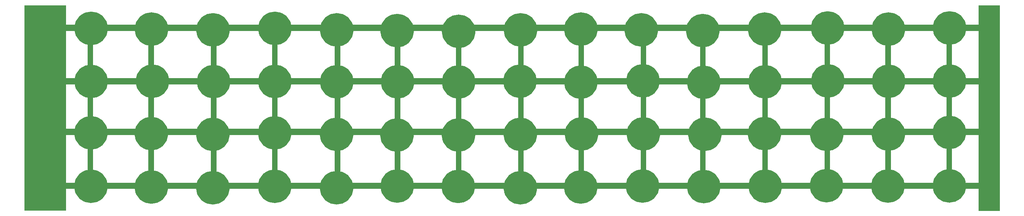
<source format=gbr>
%TF.GenerationSoftware,KiCad,Pcbnew,9.0.1*%
%TF.CreationDate,2025-05-18T13:27:06-05:00*%
%TF.ProjectId,OM-60-Flex,4f4d2d36-302d-4466-9c65-782e6b696361,rev?*%
%TF.SameCoordinates,Original*%
%TF.FileFunction,Other,User*%
%FSLAX46Y46*%
G04 Gerber Fmt 4.6, Leading zero omitted, Abs format (unit mm)*
G04 Created by KiCad (PCBNEW 9.0.1) date 2025-05-18 13:27:06*
%MOMM*%
%LPD*%
G01*
G04 APERTURE LIST*
%ADD10C,0.100000*%
%ADD11C,4.509821*%
G04 APERTURE END LIST*
D10*
X266600000Y-39750000D02*
X268000000Y-39750000D01*
X268000000Y-83650000D01*
X266600000Y-83650000D01*
X266600000Y-39750000D01*
G36*
X266600000Y-39750000D02*
G01*
X268000000Y-39750000D01*
X268000000Y-83650000D01*
X266600000Y-83650000D01*
X266600000Y-39750000D01*
G37*
X250300000Y-39750000D02*
X251700000Y-39750000D01*
X251700000Y-83650000D01*
X250300000Y-83650000D01*
X250300000Y-39750000D01*
G36*
X250300000Y-39750000D02*
G01*
X251700000Y-39750000D01*
X251700000Y-83650000D01*
X250300000Y-83650000D01*
X250300000Y-39750000D01*
G37*
X234100000Y-40050000D02*
X235500000Y-40050000D01*
X235500000Y-83950000D01*
X234100000Y-83950000D01*
X234100000Y-40050000D01*
G36*
X234100000Y-40050000D02*
G01*
X235500000Y-40050000D01*
X235500000Y-83950000D01*
X234100000Y-83950000D01*
X234100000Y-40050000D01*
G37*
X217500000Y-40050000D02*
X218900000Y-40050000D01*
X218900000Y-83950000D01*
X217500000Y-83950000D01*
X217500000Y-40050000D01*
G36*
X217500000Y-40050000D02*
G01*
X218900000Y-40050000D01*
X218900000Y-83950000D01*
X217500000Y-83950000D01*
X217500000Y-40050000D01*
G37*
X200900000Y-40050000D02*
X202300000Y-40050000D01*
X202300000Y-83950000D01*
X200900000Y-83950000D01*
X200900000Y-40050000D01*
G36*
X200900000Y-40050000D02*
G01*
X202300000Y-40050000D01*
X202300000Y-83950000D01*
X200900000Y-83950000D01*
X200900000Y-40050000D01*
G37*
X185100000Y-39750000D02*
X186500000Y-39750000D01*
X186500000Y-83650000D01*
X185100000Y-83650000D01*
X185100000Y-39750000D01*
G36*
X185100000Y-39750000D02*
G01*
X186500000Y-39750000D01*
X186500000Y-83650000D01*
X185100000Y-83650000D01*
X185100000Y-39750000D01*
G37*
X168500000Y-40350000D02*
X169900000Y-40350000D01*
X169900000Y-84250000D01*
X168500000Y-84250000D01*
X168500000Y-40350000D01*
G36*
X168500000Y-40350000D02*
G01*
X169900000Y-40350000D01*
X169900000Y-84250000D01*
X168500000Y-84250000D01*
X168500000Y-40350000D01*
G37*
X152400000Y-40150000D02*
X153800000Y-40150000D01*
X153800000Y-84050000D01*
X152400000Y-84050000D01*
X152400000Y-40150000D01*
G36*
X152400000Y-40150000D02*
G01*
X153800000Y-40150000D01*
X153800000Y-84050000D01*
X152400000Y-84050000D01*
X152400000Y-40150000D01*
G37*
X135800000Y-40250000D02*
X137200000Y-40250000D01*
X137200000Y-84150000D01*
X135800000Y-84150000D01*
X135800000Y-40250000D01*
G36*
X135800000Y-40250000D02*
G01*
X137200000Y-40250000D01*
X137200000Y-84150000D01*
X135800000Y-84150000D01*
X135800000Y-40250000D01*
G37*
X119500000Y-40250000D02*
X120900000Y-40250000D01*
X120900000Y-84150000D01*
X119500000Y-84150000D01*
X119500000Y-40250000D01*
G36*
X119500000Y-40250000D02*
G01*
X120900000Y-40250000D01*
X120900000Y-84150000D01*
X119500000Y-84150000D01*
X119500000Y-40250000D01*
G37*
X103500000Y-40150000D02*
X104900000Y-40150000D01*
X104900000Y-84050000D01*
X103500000Y-84050000D01*
X103500000Y-40150000D01*
G36*
X103500000Y-40150000D02*
G01*
X104900000Y-40150000D01*
X104900000Y-84050000D01*
X103500000Y-84050000D01*
X103500000Y-40150000D01*
G37*
X86800000Y-40150000D02*
X88200000Y-40150000D01*
X88200000Y-84050000D01*
X86800000Y-84050000D01*
X86800000Y-40150000D01*
G36*
X86800000Y-40150000D02*
G01*
X88200000Y-40150000D01*
X88200000Y-84050000D01*
X86800000Y-84050000D01*
X86800000Y-40150000D01*
G37*
X70500000Y-40150000D02*
X71900000Y-40150000D01*
X71900000Y-84050000D01*
X70500000Y-84050000D01*
X70500000Y-40150000D01*
G36*
X70500000Y-40150000D02*
G01*
X71900000Y-40150000D01*
X71900000Y-84050000D01*
X70500000Y-84050000D01*
X70500000Y-40150000D01*
G37*
X53800000Y-40050000D02*
X55200000Y-40050000D01*
X55200000Y-83950000D01*
X53800000Y-83950000D01*
X53800000Y-40050000D01*
G36*
X53800000Y-40050000D02*
G01*
X55200000Y-40050000D01*
X55200000Y-83950000D01*
X53800000Y-83950000D01*
X53800000Y-40050000D01*
G37*
X37600000Y-40150000D02*
X39000000Y-40150000D01*
X39000000Y-84050000D01*
X37600000Y-84050000D01*
X37600000Y-40150000D01*
G36*
X37600000Y-40150000D02*
G01*
X39000000Y-40150000D01*
X39000000Y-84050000D01*
X37600000Y-84050000D01*
X37600000Y-40150000D01*
G37*
X31200000Y-82400000D02*
X279400000Y-82400000D01*
X279400000Y-84000000D01*
X31200000Y-84000000D01*
X31200000Y-82400000D01*
G36*
X31200000Y-82400000D02*
G01*
X279400000Y-82400000D01*
X279400000Y-84000000D01*
X31200000Y-84000000D01*
X31200000Y-82400000D01*
G37*
X31200000Y-68000000D02*
X279400000Y-68000000D01*
X279400000Y-69600000D01*
X31200000Y-69600000D01*
X31200000Y-68000000D01*
G36*
X31200000Y-68000000D02*
G01*
X279400000Y-68000000D01*
X279400000Y-69600000D01*
X31200000Y-69600000D01*
X31200000Y-68000000D01*
G37*
X31200000Y-54400000D02*
X279400000Y-54400000D01*
X279400000Y-56000000D01*
X31200000Y-56000000D01*
X31200000Y-54400000D01*
G36*
X31200000Y-54400000D02*
G01*
X279400000Y-54400000D01*
X279400000Y-56000000D01*
X31200000Y-56000000D01*
X31200000Y-54400000D01*
G37*
X29200000Y-40100000D02*
X277400000Y-40100000D01*
X277400000Y-41700000D01*
X29200000Y-41700000D01*
X29200000Y-40100000D01*
G36*
X29200000Y-40100000D02*
G01*
X277400000Y-40100000D01*
X277400000Y-41700000D01*
X29200000Y-41700000D01*
X29200000Y-40100000D01*
G37*
D11*
X269695089Y-55195391D02*
G75*
G02*
X265185269Y-55195391I-2254910J0D01*
G01*
X265185269Y-55195391D02*
G75*
G02*
X269695089Y-55195391I2254910J0D01*
G01*
X269654910Y-83255212D02*
G75*
G02*
X265145090Y-83255212I-2254910J0D01*
G01*
X265145090Y-83255212D02*
G75*
G02*
X269654910Y-83255212I2254910J0D01*
G01*
X122414890Y-83300000D02*
G75*
G02*
X117905070Y-83300000I-2254910J0D01*
G01*
X117905070Y-83300000D02*
G75*
G02*
X122414890Y-83300000I2254910J0D01*
G01*
X253454910Y-55259821D02*
G75*
G02*
X248945090Y-55259821I-2254910J0D01*
G01*
X248945090Y-55259821D02*
G75*
G02*
X253454910Y-55259821I2254910J0D01*
G01*
X253266167Y-83300000D02*
G75*
G02*
X248756347Y-83300000I-2254910J0D01*
G01*
X248756347Y-83300000D02*
G75*
G02*
X253266167Y-83300000I2254910J0D01*
G01*
X269695089Y-40995391D02*
G75*
G02*
X265185269Y-40995391I-2254910J0D01*
G01*
X265185269Y-40995391D02*
G75*
G02*
X269695089Y-40995391I2254910J0D01*
G01*
X253395089Y-69400000D02*
G75*
G02*
X248885269Y-69400000I-2254910J0D01*
G01*
X248885269Y-69400000D02*
G75*
G02*
X253395089Y-69400000I2254910J0D01*
G01*
X187840529Y-83300000D02*
G75*
G02*
X183330709Y-83300000I-2254910J0D01*
G01*
X183330709Y-83300000D02*
G75*
G02*
X187840529Y-83300000I2254910J0D01*
G01*
X269654910Y-68955212D02*
G75*
G02*
X265145090Y-68955212I-2254910J0D01*
G01*
X265145090Y-68955212D02*
G75*
G02*
X269654910Y-68955212I2254910J0D01*
G01*
X253395089Y-41300000D02*
G75*
G02*
X248885269Y-41300000I-2254910J0D01*
G01*
X248885269Y-41300000D02*
G75*
G02*
X253395089Y-41300000I2254910J0D01*
G01*
X236954910Y-69459821D02*
G75*
G02*
X232445090Y-69459821I-2254910J0D01*
G01*
X232445090Y-69459821D02*
G75*
G02*
X236954910Y-69459821I2254910J0D01*
G01*
X237254910Y-55159821D02*
G75*
G02*
X232745090Y-55159821I-2254910J0D01*
G01*
X232745090Y-55159821D02*
G75*
G02*
X237254910Y-55159821I2254910J0D01*
G01*
X236895089Y-83200000D02*
G75*
G02*
X232385269Y-83200000I-2254910J0D01*
G01*
X232385269Y-83200000D02*
G75*
G02*
X236895089Y-83200000I2254910J0D01*
G01*
X237195089Y-41000000D02*
G75*
G02*
X232685269Y-41000000I-2254910J0D01*
G01*
X232685269Y-41000000D02*
G75*
G02*
X237195089Y-41000000I2254910J0D01*
G01*
X204154910Y-55540179D02*
G75*
G02*
X199645090Y-55540179I-2254910J0D01*
G01*
X199645090Y-55540179D02*
G75*
G02*
X204154910Y-55540179I2254910J0D01*
G01*
X204154910Y-83440179D02*
G75*
G02*
X199645090Y-83440179I-2254910J0D01*
G01*
X199645090Y-83440179D02*
G75*
G02*
X204154910Y-83440179I2254910J0D01*
G01*
X220354910Y-69259821D02*
G75*
G02*
X215845090Y-69259821I-2254910J0D01*
G01*
X215845090Y-69259821D02*
G75*
G02*
X220354910Y-69259821I2254910J0D01*
G01*
X187954910Y-55140179D02*
G75*
G02*
X183445090Y-55140179I-2254910J0D01*
G01*
X183445090Y-55140179D02*
G75*
G02*
X187954910Y-55140179I2254910J0D01*
G01*
X220395089Y-41300000D02*
G75*
G02*
X215885269Y-41300000I-2254910J0D01*
G01*
X215885269Y-41300000D02*
G75*
G02*
X220395089Y-41300000I2254910J0D01*
G01*
X203895089Y-41695391D02*
G75*
G02*
X199385269Y-41695391I-2254910J0D01*
G01*
X199385269Y-41695391D02*
G75*
G02*
X203895089Y-41695391I2254910J0D01*
G01*
X188054910Y-69340179D02*
G75*
G02*
X183545090Y-69340179I-2254910J0D01*
G01*
X183545090Y-69340179D02*
G75*
G02*
X188054910Y-69340179I2254910J0D01*
G01*
X220514731Y-55400000D02*
G75*
G02*
X216004911Y-55400000I-2254910J0D01*
G01*
X216004911Y-55400000D02*
G75*
G02*
X220514731Y-55400000I2254910J0D01*
G01*
X220554910Y-83340179D02*
G75*
G02*
X216045090Y-83340179I-2254910J0D01*
G01*
X216045090Y-83340179D02*
G75*
G02*
X220554910Y-83340179I2254910J0D01*
G01*
X204454910Y-69440179D02*
G75*
G02*
X199945090Y-69440179I-2254910J0D01*
G01*
X199945090Y-69440179D02*
G75*
G02*
X204454910Y-69440179I2254910J0D01*
G01*
X187495089Y-41495391D02*
G75*
G02*
X182985269Y-41495391I-2254910J0D01*
G01*
X182985269Y-41495391D02*
G75*
G02*
X187495089Y-41495391I2254910J0D01*
G01*
X171554910Y-69359821D02*
G75*
G02*
X167045090Y-69359821I-2254910J0D01*
G01*
X167045090Y-69359821D02*
G75*
G02*
X171554910Y-69359821I2254910J0D01*
G01*
X171395089Y-55495391D02*
G75*
G02*
X166885269Y-55495391I-2254910J0D01*
G01*
X166885269Y-55495391D02*
G75*
G02*
X171395089Y-55495391I2254910J0D01*
G01*
X171354910Y-83555212D02*
G75*
G02*
X166845090Y-83555212I-2254910J0D01*
G01*
X166845090Y-83555212D02*
G75*
G02*
X171354910Y-83555212I2254910J0D01*
G01*
X171395089Y-41295391D02*
G75*
G02*
X166885269Y-41295391I-2254910J0D01*
G01*
X166885269Y-41295391D02*
G75*
G02*
X171395089Y-41295391I2254910J0D01*
G01*
X138795089Y-55440179D02*
G75*
G02*
X134285269Y-55440179I-2254910J0D01*
G01*
X134285269Y-55440179D02*
G75*
G02*
X138795089Y-55440179I2254910J0D01*
G01*
X138695089Y-83400000D02*
G75*
G02*
X134185269Y-83400000I-2254910J0D01*
G01*
X134185269Y-83400000D02*
G75*
G02*
X138695089Y-83400000I2254910J0D01*
G01*
X155254910Y-69459821D02*
G75*
G02*
X150745090Y-69459821I-2254910J0D01*
G01*
X150745090Y-69459821D02*
G75*
G02*
X155254910Y-69459821I2254910J0D01*
G01*
X122514731Y-55400000D02*
G75*
G02*
X118004911Y-55400000I-2254910J0D01*
G01*
X118004911Y-55400000D02*
G75*
G02*
X122514731Y-55400000I2254910J0D01*
G01*
X155295089Y-41500000D02*
G75*
G02*
X150785269Y-41500000I-2254910J0D01*
G01*
X150785269Y-41500000D02*
G75*
G02*
X155295089Y-41500000I2254910J0D01*
G01*
X138795089Y-41895391D02*
G75*
G02*
X134285269Y-41895391I-2254910J0D01*
G01*
X134285269Y-41895391D02*
G75*
G02*
X138795089Y-41895391I2254910J0D01*
G01*
X122354910Y-69655212D02*
G75*
G02*
X117845090Y-69655212I-2254910J0D01*
G01*
X117845090Y-69655212D02*
G75*
G02*
X122354910Y-69655212I2254910J0D01*
G01*
X155154910Y-55240179D02*
G75*
G02*
X150645090Y-55240179I-2254910J0D01*
G01*
X150645090Y-55240179D02*
G75*
G02*
X155154910Y-55240179I2254910J0D01*
G01*
X155254910Y-83759821D02*
G75*
G02*
X150745090Y-83759821I-2254910J0D01*
G01*
X150745090Y-83759821D02*
G75*
G02*
X155254910Y-83759821I2254910J0D01*
G01*
X138754910Y-69640179D02*
G75*
G02*
X134245090Y-69640179I-2254910J0D01*
G01*
X134245090Y-69640179D02*
G75*
G02*
X138754910Y-69640179I2254910J0D01*
G01*
X122395089Y-41695391D02*
G75*
G02*
X117885269Y-41695391I-2254910J0D01*
G01*
X117885269Y-41695391D02*
G75*
G02*
X122395089Y-41695391I2254910J0D01*
G01*
X106254910Y-69455212D02*
G75*
G02*
X101745090Y-69455212I-2254910J0D01*
G01*
X101745090Y-69455212D02*
G75*
G02*
X106254910Y-69455212I2254910J0D01*
G01*
X106295089Y-55400000D02*
G75*
G02*
X101785269Y-55400000I-2254910J0D01*
G01*
X101785269Y-55400000D02*
G75*
G02*
X106295089Y-55400000I2254910J0D01*
G01*
X106254910Y-83755212D02*
G75*
G02*
X101745090Y-83755212I-2254910J0D01*
G01*
X101745090Y-83755212D02*
G75*
G02*
X106254910Y-83755212I2254910J0D01*
G01*
X106295089Y-41495391D02*
G75*
G02*
X101785269Y-41495391I-2254910J0D01*
G01*
X101785269Y-41495391D02*
G75*
G02*
X106295089Y-41495391I2254910J0D01*
G01*
X89754910Y-69064430D02*
G75*
G02*
X85245090Y-69064430I-2254910J0D01*
G01*
X85245090Y-69064430D02*
G75*
G02*
X89754910Y-69064430I2254910J0D01*
G01*
X89795089Y-55304609D02*
G75*
G02*
X85285269Y-55304609I-2254910J0D01*
G01*
X85285269Y-55304609D02*
G75*
G02*
X89795089Y-55304609I2254910J0D01*
G01*
X89754910Y-83364430D02*
G75*
G02*
X85245090Y-83364430I-2254910J0D01*
G01*
X85245090Y-83364430D02*
G75*
G02*
X89754910Y-83364430I2254910J0D01*
G01*
X89795089Y-41104609D02*
G75*
G02*
X85285269Y-41104609I-2254910J0D01*
G01*
X85285269Y-41104609D02*
G75*
G02*
X89795089Y-41104609I2254910J0D01*
G01*
X73254910Y-69459821D02*
G75*
G02*
X68745090Y-69459821I-2254910J0D01*
G01*
X68745090Y-69459821D02*
G75*
G02*
X73254910Y-69459821I2254910J0D01*
G01*
X73454910Y-55340179D02*
G75*
G02*
X68945090Y-55340179I-2254910J0D01*
G01*
X68945090Y-55340179D02*
G75*
G02*
X73454910Y-55340179I2254910J0D01*
G01*
X73254910Y-83759821D02*
G75*
G02*
X68745090Y-83759821I-2254910J0D01*
G01*
X68745090Y-83759821D02*
G75*
G02*
X73254910Y-83759821I2254910J0D01*
G01*
X73295089Y-41500000D02*
G75*
G02*
X68785269Y-41500000I-2254910J0D01*
G01*
X68785269Y-41500000D02*
G75*
G02*
X73295089Y-41500000I2254910J0D01*
G01*
X56854910Y-69259821D02*
G75*
G02*
X52345090Y-69259821I-2254910J0D01*
G01*
X52345090Y-69259821D02*
G75*
G02*
X56854910Y-69259821I2254910J0D01*
G01*
X57154910Y-55240179D02*
G75*
G02*
X52645090Y-55240179I-2254910J0D01*
G01*
X52645090Y-55240179D02*
G75*
G02*
X57154910Y-55240179I2254910J0D01*
G01*
X56854910Y-83559821D02*
G75*
G02*
X52345090Y-83559821I-2254910J0D01*
G01*
X52345090Y-83559821D02*
G75*
G02*
X56854910Y-83559821I2254910J0D01*
G01*
X56895089Y-41300000D02*
G75*
G02*
X52385269Y-41300000I-2254910J0D01*
G01*
X52385269Y-41300000D02*
G75*
G02*
X56895089Y-41300000I2254910J0D01*
G01*
X40754910Y-83359821D02*
G75*
G02*
X36245090Y-83359821I-2254910J0D01*
G01*
X36245090Y-83359821D02*
G75*
G02*
X40754910Y-83359821I2254910J0D01*
G01*
X40754910Y-69059821D02*
G75*
G02*
X36245090Y-69059821I-2254910J0D01*
G01*
X36245090Y-69059821D02*
G75*
G02*
X40754910Y-69059821I2254910J0D01*
G01*
X40795089Y-55300000D02*
G75*
G02*
X36285269Y-55300000I-2254910J0D01*
G01*
X36285269Y-55300000D02*
G75*
G02*
X40795089Y-55300000I2254910J0D01*
G01*
X40795089Y-41100000D02*
G75*
G02*
X36285269Y-41100000I-2254910J0D01*
G01*
X36285269Y-41100000D02*
G75*
G02*
X40795089Y-41100000I2254910J0D01*
G01*
D10*
X275200000Y-34900000D02*
X280800000Y-34900000D01*
X280800000Y-89900000D01*
X275200000Y-89900000D01*
X275200000Y-34900000D01*
G36*
X275200000Y-34900000D02*
G01*
X280800000Y-34900000D01*
X280800000Y-89900000D01*
X275200000Y-89900000D01*
X275200000Y-34900000D01*
G37*
X20800000Y-34900000D02*
X31800000Y-34900000D01*
X31800000Y-89800000D01*
X20800000Y-89800000D01*
X20800000Y-34900000D01*
G36*
X20800000Y-34900000D02*
G01*
X31800000Y-34900000D01*
X31800000Y-89800000D01*
X20800000Y-89800000D01*
X20800000Y-34900000D01*
G37*
M02*

</source>
